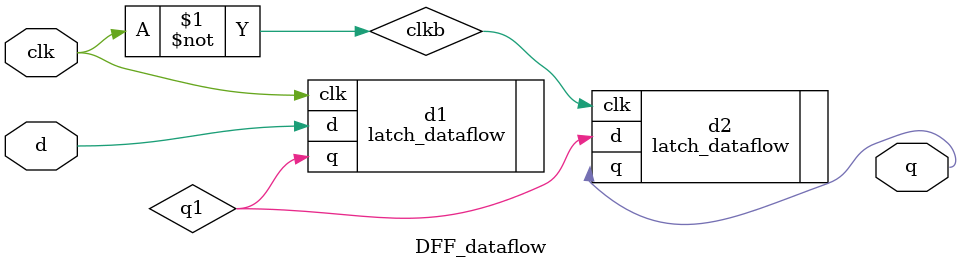
<source format=v>
`timescale 1ns / 1ps


module DFF_dataflow(
    input d,
    output q,
    input clk
    );
    
        wire q1;
        wire clkb =~clk;
        
        latch_dataflow d1(.d(d),.q(q1),.clk(clk));
        latch_dataflow d2(.d(q1),.q(q),.clk(clkb));
endmodule

</source>
